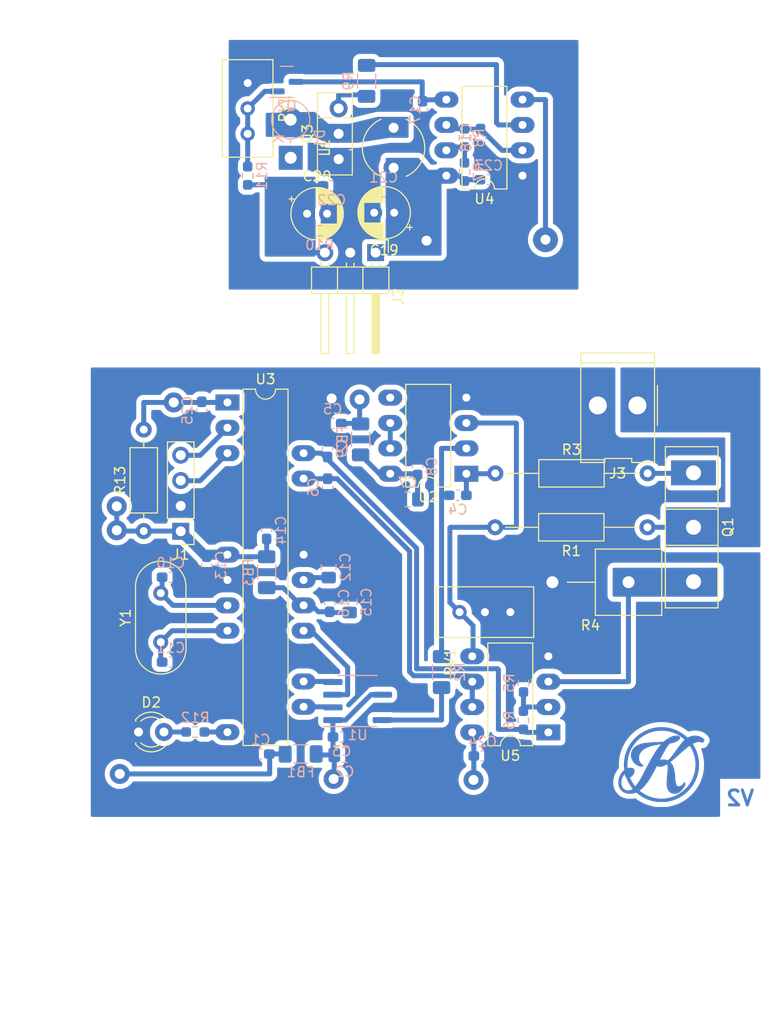
<source format=kicad_pcb>
(kicad_pcb (version 20211014) (generator pcbnew)
  (layers (0 "F.Cu" signal) (31 "B.Cu" signal) (34 "B.Paste" user) (35 "F.Paste" user) (36 "B.SilkS" user "B.Silkscreen") (37 "F.SilkS" user "F.Silkscreen") (38 "B.Mask" user) (39 "F.Mask" user) (44 "Edge.Cuts" user))
  (net 0 "")
  (net 1 "+5V")
  (net 2 "GND")
  (net 3 "Net-(C2-Pad1)")
  (net 4 "Net-(C4-Pad1)")
  (net 5 "Net-(C4-Pad2)")
  (net 6 "Net-(C5-Pad1)")
  (net 7 "+12V")
  (net 8 "Net-(C10-Pad2)")
  (net 9 "Net-(C11-Pad2)")
  (net 10 "Net-(C15-Pad1)")
  (net 11 "/RX")
  (net 12 "/TX")
  (net 13 "Net-(Q1-Pad1)")
  (net 14 "/PV-In")
  (net 15 "Net-(R2-Pad1)")
  (net 16 "Net-(R5-Pad2)")
  (net 17 "/Current_Measurement")
  (net 18 "Net-(D2-Pad2)")
  (net 19 "/CS")
  (net 20 "/MOSI")
  (net 21 "/SCLK")
  (net 22 "Net-(C12-Pad1)")
  (net 23 "/Voltage_Measurement")
  (net 24 "Net-(R1-Pad2)")
  (net 25 "Net-(C17-Pad1)")
  (net 26 "Net-(D1-Pad2)")
  (net 27 "Net-(R7-Pad2)")
  (net 28 "Net-(C18-Pad1)")
  (net 29 "Net-(R9-Pad1)")
  (net 30 "Net-(Q1-Pad3)")
  (net 31 "Net-(Q2-Pad1)")
  (net 32 "/Boost_Out")
  (net 34 "Net-(U2-Pad6)")
  (net 35 "Net-(C25-Pad1)")
  (net 36 "Net-(Q3-Pad3)")
  (net 37 "Net-(R12-Pad1)")
  (footprint "Package_DIP:DIP-8_W7.62mm_LongPads" (layer "F.Cu") (at 60.5825 95.64 180)
    (fp_text reference "U2")
    (fp_text value "Opamp_Dual")
  )
  (footprint "logo:logo" (layer "F.Cu") (at 80.392977 125.95219)
    (fp_text reference "G***" hide)
    (fp_text value "LOGO" hide)
  )
  (footprint "Package_TO_SOT_THT:TO-126-3_Vertical" (layer "F.Cu") (at 47.8 64.14 90)
    (fp_text reference "Q3")
    (fp_text value "BD139")
  )
  (footprint "LED_THT:LED_D3.0mm" (layer "F.Cu") (at 27.77875 121.5)
    (fp_text reference "D2")
    (fp_text value "LED")
  )
  (footprint "Package_DIP:DIP-28_W7.62mm_LongPads" (layer "F.Cu") (at 36.675 88.5)
    (fp_text reference "U3")
    (fp_text value "ATmega8L-8P")
  )
  (footprint "Potentiometer_THT:Potentiometer_Bourns_3296W_Vertical" (layer "F.Cu") (at 59.9 109.5 180)
    (fp_text reference "RV1")
    (fp_text value "R_Potentiometer")
  )
  (footprint "Resistor_THT:R_Axial_DIN0207_L6.3mm_D2.5mm_P15.24mm_Horizontal" (layer "F.Cu") (at 78.7 101 180)
    (fp_text reference "R1")
    (fp_text value "10k")
  )
  (footprint "Package_DIP:DIP-8_W7.62mm_LongPads" (layer "F.Cu") (at 68.79 121.54 180)
    (fp_text reference "U5")
    (fp_text value "Opamp_Dual")
  )
  (footprint "Resistor_THT:R_Axial_DIN0207_L6.3mm_D2.5mm_P10.16mm_Horizontal" (layer "F.Cu") (at 28.3 101.38 90)
    (fp_text reference "R13")
    (fp_text value "10k")
  )
  (footprint "Connector_Molex:Molex_KK-396_5273-02A_1x02_P3.96mm_Vertical" (layer "F.Cu") (at 77.7 88.8 180)
    (fp_text reference "J3")
    (fp_text value "Conn_01x02_Male")
  )
  (footprint "Inductor_THT:L_Radial_D6.0mm_P4.00mm" (layer "F.Cu") (at 53.3 65 90)
    (fp_text reference "L1")
    (fp_text value "L")
  )
  (footprint "Capacitor_THT:CP_Radial_D5.0mm_P2.00mm" (layer "F.Cu") (at 53.355112 69.5 180)
    (fp_text reference "C19")
    (fp_text value "10u")
  )
  (footprint "Connector_PinHeader_2.54mm:PinHeader_1x03_P2.54mm_Horizontal" (layer "F.Cu") (at 51.5 73.5 -90)
    (fp_text reference "J2")
    (fp_text value "Conn_01x03_Male")
  )
  (footprint "Connector_PinHeader_2.54mm:PinHeader_1x04_P2.54mm_Vertical" (layer "F.Cu") (at 32 101.4 180)
    (fp_text reference "J1")
    (fp_text value "Conn_01x04_Male")
  )
  (footprint "Package_DIP:DIP-8_W7.62mm_LongPads" (layer "F.Cu") (at 66.2 65.7925 180)
    (fp_text reference "U4")
    (fp_text value "LM555xN")
  )
  (footprint "Package_TO_SOT_THT:TO-247-3_Vertical" (layer "F.Cu") (at 83.3125 95.55 -90)
    (fp_text reference "Q1")
    (fp_text value "Q_NMOS_GDS")
  )
  (footprint "Potentiometer_THT:Potentiometer_Bourns_3296W_Vertical" (layer "F.Cu") (at 38.7 61.6 -90)
    (fp_text reference "RV2")
    (fp_text value "10k")
  )
  (footprint "Resistor_THT:R_Axial_Power_L20.0mm_W6.4mm_P7.62mm_Vertical" (layer "F.Cu") (at 76.81 106.5 180)
    (fp_text reference "R4")
    (fp_text value "100m")
  )
  (footprint "Crystal:Crystal_HC18-U_Vertical" (layer "F.Cu") (at 30 112.5 90)
    (fp_text reference "Y1")
    (fp_text value "Crystal")
  )
  (footprint "Capacitor_THT:CP_Radial_D5.0mm_P2.00mm" (layer "F.Cu") (at 44.644887 69.6)
    (fp_text reference "C20")
    (fp_text value "10u")
  )
  (footprint "Resistor_THT:R_Axial_DIN0207_L6.3mm_D2.5mm_P15.24mm_Horizontal" (layer "F.Cu") (at 63.48 95.6)
    (fp_text reference "R3")
    (fp_text value "100R")
  )
  (footprint "Capacitor_SMD:C_0805_2012Metric_Pad1.18x1.45mm_HandSolder" (layer "B.Cu") (at 46.8 105 90)
    (fp_text reference "C12")
    (fp_text value "1u")
  )
  (footprint "Capacitor_SMD:C_0603_1608Metric_Pad1.08x0.95mm_HandSolder" (layer "B.Cu") (at 46.7 97 -90)
    (fp_text reference "C6")
    (fp_text value "100p")
  )
  (footprint "Capacitor_SMD:C_0603_1608Metric_Pad1.08x0.95mm_HandSolder" (layer "B.Cu") (at 46.7 93.1 90)
    (fp_text reference "C9")
    (fp_text value "100p")
  )
  (footprint "Resistor_SMD:R_1206_3216Metric_Pad1.30x1.75mm_HandSolder" (layer "B.Cu") (at 58.1 115.5 90)
    (fp_text reference "R2")
    (fp_text value "1k")
  )
  (footprint "Capacitor_SMD:C_0603_1608Metric_Pad1.08x0.95mm_HandSolder" (layer "B.Cu") (at 34.6 104.8 90)
    (fp_text reference "C13")
    (fp_text value "100n")
  )
  (footprint "Capacitor_SMD:C_0603_1608Metric_Pad1.08x0.95mm_HandSolder" (layer "B.Cu") (at 62.8 66.2 180)
    (fp_text reference "C23")
    (fp_text value "100n")
  )
  (footprint "Capacitor_SMD:C_0603_1608Metric_Pad1.08x0.95mm_HandSolder" (layer "B.Cu") (at 59.72 97.8)
    (fp_text reference "C4")
    (fp_text value "1n")
  )
  (footprint "Resistor_SMD:R_0603_1608Metric_Pad0.98x0.95mm_HandSolder" (layer "B.Cu") (at 38.7 65.8 90)
    (fp_text reference "R11")
    (fp_text value "10k")
  )
  (footprint "Package_TO_SOT_SMD:SOT-23" (layer "B.Cu") (at 42.6 56.4)
    (fp_text reference "Q2")
    (fp_text value "BC817")
  )
  (footprint "Resistor_SMD:R_0603_1608Metric_Pad0.98x0.95mm_HandSolder" (layer "B.Cu") (at 45.9 71.3)
    (fp_text reference "R10")
    (fp_text value "10k")
  )
  (footprint "Capacitor_SMD:C_0603_1608Metric_Pad1.08x0.95mm_HandSolder" (layer "B.Cu") (at 47.1 66.8)
    (fp_text reference "C22")
    (fp_text value "100n")
  )
  (footprint "Capacitor_SMD:C_0603_1608Metric_Pad1.08x0.95mm_HandSolder" (layer "B.Cu") (at 62.19 123.9 180)
    (fp_text reference "C24")
    (fp_text value "100n")
  )
  (footprint "Capacitor_SMD:C_0603_1608Metric_Pad1.08x0.95mm_HandSolder" (layer "B.Cu") (at 40.6 101.3 90)
    (fp_text reference "C14")
    (fp_text value "100n")
  )
  (footprint "Capacitor_SMD:C_0603_1608Metric_Pad1.08x0.95mm_HandSolder" (layer "B.Cu") (at 47.2 90.6 180)
    (fp_text reference "C5")
    (fp_text value "100n")
  )
  (footprint "Capacitor_SMD:C_0603_1608Metric_Pad1.08x0.95mm_HandSolder" (layer "B.Cu") (at 48.1 122)
    (fp_text reference "C3")
    (fp_text value "100n")
  )
  (footprint "Resistor_SMD:R_1206_3216Metric_Pad1.30x1.75mm_HandSolder" (layer "B.Cu") (at 50.6 56.3 -90)
    (fp_text reference "R9")
    (fp_text value "100R")
  )
  (footprint "Resistor_SMD:R_1206_3216Metric_Pad1.30x1.75mm_HandSolder" (layer "B.Cu") (at 44 123.7)
    (fp_text reference "FB1")
    (fp_text value "FerriteBead")
  )
  (footprint "Capacitor_SMD:C_0603_1608Metric_Pad1.08x0.95mm_HandSolder" (layer "B.Cu") (at 55.7 94.9 90)
    (fp_text reference "C8")
    (fp_text value "100n")
  )
  (footprint "Resistor_SMD:R_1206_3216Metric_Pad1.30x1.75mm_HandSolder" (layer "B.Cu") (at 40.6 105.5 -90)
    (fp_text reference "FB3")
    (fp_text value "FerriteBead")
  )
  (footprint "Resistor_SMD:R_0603_1608Metric_Pad0.98x0.95mm_HandSolder" (layer "B.Cu") (at 66.3 116.5875 -90)
    (fp_text reference "R5")
    (fp_text value "R")
  )
  (footprint "Capacitor_SMD:C_0603_1608Metric_Pad1.08x0.95mm_HandSolder" (layer "B.Cu") (at 31 106 180)
    (fp_text reference "C10")
    (fp_text value "22p")
  )
  (footprint "Capacitor_SMD:C_0805_2012Metric_Pad1.18x1.45mm_HandSolder" (layer "B.Cu") (at 48.9 108.5 90)
    (fp_text reference "C15")
    (fp_text value "1u")
  )
  (footprint "Resistor_SMD:R_0603_1608Metric_Pad0.98x0.95mm_HandSolder" (layer "B.Cu") (at 66.29 120.325 -90)
    (fp_text reference "R6")
    (fp_text value "R")
  )
  (footprint "Resistor_SMD:R_0603_1608Metric_Pad0.98x0.95mm_HandSolder" (layer "B.Cu") (at 33.45375 121.5 180)
    (fp_text reference "R12")
    (fp_text value "R")
  )
  (footprint "Resistor_SMD:R_0603_1608Metric_Pad0.98x0.95mm_HandSolder" (layer "B.Cu") (at 60.4 65.4125 90)
    (fp_text reference "R7")
    (fp_text value "1k")
  )
  (footprint "Capacitor_SMD:C_0603_1608Metric_Pad1.08x0.95mm_HandSolder" (layer "B.Cu") (at 46.9 108.6 90)
    (fp_text reference "C16")
    (fp_text value "100n")
  )
  (footprint "Capacitor_SMD:C_0603_1608Metric_Pad1.08x0.95mm_HandSolder" (layer "B.Cu") (at 34.1 89.3 -90)
    (fp_text reference "C25")
    (fp_text value "100n")
  )
  (footprint "Package_SO:SOIC-8-1EP_3.9x4.9mm_P1.27mm_EP2.29x3mm" (layer "B.Cu") (at 49.7 118.4)
    (fp_text reference "U1")
    (fp_text value "MCP4821")
  )
  (footprint "Resistor_SMD:R_0603_1608Metric_Pad0.98x0.95mm_HandSolder" (layer "B.Cu") (at 60.4 62.0125 90)
    (fp_text reference "R8")
    (fp_text value "1k")
  )
  (footprint "Capacitor_SMD:C_0805_2012Metric_Pad1.18x1.45mm_HandSolder" (layer "B.Cu") (at 48.4 123.8)
    (fp_text reference "C2")
    (fp_text value "1u")
  )
  (footprint "Resistor_SMD:R_1206_3216Metric_Pad1.30x1.75mm_HandSolder" (layer "B.Cu") (at 50 92.2 -90)
    (fp_text reference "FB2")
    (fp_text value "FerriteBead")
  )
  (footprint "Capacitor_SMD:C_0603_1608Metric_Pad1.08x0.95mm_HandSolder" (layer "B.Cu") (at 40 123.7 180)
    (fp_text reference "C1")
    (fp_text value "100n")
  )
  (footprint "Capacitor_SMD:C_0603_1608Metric_Pad1.08x0.95mm_HandSolder" (layer "B.Cu") (at 52.3 67.4 180)
    (fp_text reference "C21")
    (fp_text value "100n")
  )
  (footprint "Capacitor_SMD:C_0603_1608Metric_Pad1.08x0.95mm_HandSolder" (layer "B.Cu") (at 56.2 59.2 -90)
    (fp_text reference "C17")
    (fp_text value "1n")
  )
  (footprint "Capacitor_SMD:C_0603_1608Metric_Pad1.08x0.95mm_HandSolder" (layer "B.Cu") (at 31 114.5 180)
    (fp_text reference "C11")
    (fp_text value "22p")
  )
  (footprint "Capacitor_SMD:C_0805_2012Metric_Pad1.18x1.45mm_HandSolder" (layer "B.Cu") (at 54.7 98.2 180)
    (fp_text reference "C7")
    (fp_text value "10u")
  )
  (footprint "Diode_THT:D_DO-15_P3.81mm_Vertical_KathodeUp" (layer "B.Cu") (at 43 64 90)
    (fp_text reference "D1")
    (fp_text value "1N5712UR")
  )
  (footprint "Capacitor_SMD:C_0603_1608Metric_Pad1.08x0.95mm_HandSolder" (layer "B.Cu") (at 62 61.9925 -90)
    (fp_text reference "C18")
    (fp_text value "680p")
  )
  (gr_text "V2" (at 87.98 128.12) (layer "B.Cu") (effects (font (size 1.5 1.5) (thickness 0.3)) (justify mirror)))
  (via (at 56.6 72.3) (size 2.5) (drill 1) (layers "F.Cu" "B.Cu") (net 1))
  (via (at 68.5 72.2) (size 2.5) (drill 1) (layers "F.Cu" "B.Cu") (net 1))
  (via (at 25.6 101.3) (size 2) (drill 1) (layers "F.Cu" "B.Cu") (net 1))
  (via (at 25.9 125.7) (size 2) (drill 1) (layers "F.Cu" "B.Cu") (net 1))
  (via (at 25.6 98.9) (size 2) (drill 1) (layers "F.Cu" "B.Cu") (net 1))
  (segment (start 28.3 101.38) (end 25.68 101.38) (width 0.5) (layer "B.Cu") (net 1))
  (segment (start 36.675 103.74) (end 34.34 103.74) (width 1) (layer "B.Cu") (net 1))
  (segment (start 25.9 125.7) (end 40.88125 125.7) (width 0.5) (layer "B.Cu") (net 1))
  (segment (start 25.6 98.9) (end 25.6 101.3) (width 0.5) (layer "B.Cu") (net 1))
  (segment (start 40.8625 123.7) (end 42.45 123.7) (width 0.5) (layer "B.Cu") (net 1))
  (segment (start 36.7 103.715) (end 36.675 103.74) (width 0.5) (layer "B.Cu") (net 1))
  (segment (start 66.2275 58.2) (end 66.2 58.1725) (width 0.5) (layer "B.Cu") (net 1))
  (segment (start 59.8675 65.7925) (end 60.4 66.325) (width 0.5) (layer "B.Cu") (net 1))
  (segment (start 68.5 72.2) (end 68.5 58.2) (width 0.5) (layer "B.Cu") (net 1))
  (segment (start 68.4725 58.1725) (end 66.2 58.1725) (width 0.5) (layer "B.Cu") (net 1))
  (segment (start 40.9 123.7375) (end 40.8625 123.7) (width 0.5) (layer "B.Cu") (net 1))
  (segment (start 53.1 73.5) (end 53.355112 73.244888) (width 0.5) (layer "B.Cu") (net 1))
  (segment (start 40.6 103.95) (end 36.91 103.95) (width 0.5) (layer "B.Cu") (net 1))
  (segment (start 36.91 103.95) (end 36.7 103.74) (width 0.5) (layer "B.Cu") (net 1))
  (segment (start 40.6 102.1625) (end 40.6 103.95) (width 0.5) (layer "B.Cu") (net 1))
  (segment (start 40.9 125.68125) (end 40.9 123.7375) (width 0.5) (layer "B.Cu") (net 1))
  (segment (start 36.7 103.74) (end 36.5025 103.9375) (width 0.5) (layer "B.Cu") (net 1))
  (segment (start 58.58 65.7925) (end 59.8675 65.7925) (width 0.5) (layer "B.Cu") (net 1))
  (segment (start 68.5 58.2) (end 68.4725 58.1725) (width 0.5) (layer "B.Cu") (net 1))
  (segment (start 28.3 101.38) (end 31.98 101.38) (width 0.5) (layer "B.Cu") (net 1))
  (segment (start 61.9375 66.2) (end 60.525 66.2) (width 0.5) (layer "B.Cu") (net 1))
  (segment (start 25.68 101.38) (end 25.6 101.3) (width 0.5) (layer "B.Cu") (net 1))
  (segment (start 58.46 65.9125) (end 58.58 65.7925) (width 1) (layer "B.Cu") (net 1))
  (segment (start 31.98 101.38) (end 32 101.4) (width 0.5) (layer "B.Cu") (net 1))
  (segment (start 34.34 103.74) (end 32 101.4) (width 1) (layer "B.Cu") (net 1))
  (segment (start 60.525 66.2) (end 60.4 66.325) (width 0.5) (layer "B.Cu") (net 1))
  (segment (start 40.88125 125.7) (end 40.9 125.68125) (width 0.5) (layer "B.Cu") (net 1))
  (segment (start 36.5025 103.9375) (end 34.6 103.9375) (width 0.5) (layer "B.Cu") (net 1))
  (segment (start 53.355112 73.244888) (end 53.355112 69.5) (width 0.5) (layer "B.Cu") (net 1))
  (segment (start 51.5 73.5) (end 53.1 73.5) (width 0.5) (layer "B.Cu") (net 1))
  (via (at 47.1 88.1) (size 2) (drill 1) (layers "F.Cu" "B.Cu") (net 2))
  (segment (start 44.5425 103.9625) (end 44.32 103.74) (width 0.5) (layer "B.Cu") (net 2))
  (segment (start 52.175 116.495) (end 51.105 116.495) (width 0.5) (layer "B.Cu") (net 2))
  (segment (start 51.105 116.495) (end 48.8 118.8) (width 0.5) (layer "B.Cu") (net 2))
  (via (at 61.3 126.3) (size 2) (drill 1) (layers "F.Cu" "B.Cu") (net 3))
  (via (at 47.3 126.2) (size 2) (drill 1) (layers "F.Cu" "B.Cu") (net 3))
  (segment (start 45.65 123.8) (end 45.55 123.7) (width 0.5) (layer "B.Cu") (net 3))
  (segment (start 47.2375 122) (end 47.2375 123.675) (width 0.5) (layer "B.Cu") (net 3))
  (segment (start 61.3275 121.6975) (end 61.17 121.54) (width 0.5) (layer "B.Cu") (net 3))
  (segment (start 47.2625 120.3425) (end 47.225 120.305) (width 0.5) (layer "B.Cu") (net 3))
  (segment (start 47.3625 123.8) (end 47.3625 126.1375) (width 0.5) (layer "B.Cu") (net 3))
  (segment (start 61.3275 126.2725) (end 61.3 126.3) (width 0.5) (layer "B.Cu") (net 3))
  (segment (start 61.3275 123.9) (end 61.3275 126.2725) (width 0.5) (layer "B.Cu") (net 3))
  (segment (start 61.17 121.54) (end 61.33 121.54) (width 0.5) (layer "B.Cu") (net 3))
  (segment (start 47.225 121.9875) (end 47.2375 122) (width 0.5) (layer "B.Cu") (net 3))
  (segment (start 47.3625 123.8) (end 45.65 123.8) (width 0.5) (layer "B.Cu") (net 3))
  (segment (start 47.225 120.305) (end 47.225 121.9875) (width 0.5) (layer "B.Cu") (net 3))
  (segment (start 61.3275 123.9) (end 61.3275 121.6975) (width 0.5) (layer "B.Cu") (net 3))
  (segment (start 52.21 117.8) (end 52.175 117.765) (width 0.5) (layer "B.Cu") (net 3))
  (segment (start 48.495 120.305) (end 51.035 117.765) (width 0.5) (layer "B.Cu") (net 3))
  (segment (start 47.3625 126.1375) (end 47.3 126.2) (width 0.5) (layer "B.Cu") (net 3))
  (segment (start 47.225 120.305) (end 48.495 120.305) (width 0.5) (layer "B.Cu") (net 3))
  (segment (start 47.2375 123.675) (end 47.3625 123.8) (width 0.5) (layer "B.Cu") (net 3))
  (segment (start 51.035 117.765) (end 52.175 117.765) (width 0.5) (layer "B.Cu") (net 3))
  (segment (start 58.24 97.8) (end 58.1 97.66) (width 0.5) (layer "B.Cu") (net 4))
  (segment (start 58.1 97.66) (end 58.1 113.95) (width 0.5) (layer "B.Cu") (net 4))
  (segment (start 58.1 93.1) (end 58.1 97.66) (width 0.5) (layer "B.Cu") (net 4))
  (segment (start 58.8575 97.8) (end 58.24 97.8) (width 0.5) (layer "B.Cu") (net 4))
  (segment (start 58.1 93.1) (end 60.5825 93.1) (width 0.5) (layer "B.Cu") (net 4))
  (segment (start 60.6825 93.1) (end 60.5825 93) (width 0.5) (layer "B.Cu") (net 4))
  (segment (start 60.5825 95.64) (end 60.5825 97.8) (width 0.5) (layer "B.Cu") (net 5))
  (segment (start 60.5825 95.64) (end 59.795 95.64) (width 0.5) (layer "B.Cu") (net 5))
  (segment (start 63.44 95.64) (end 63.48 95.6) (width 0.5) (layer "B.Cu") (net 5))
  (segment (start 60.5825 95.64) (end 63.44 95.64) (width 0.5) (layer "B.Cu") (net 5))
  (via (at 49.9 88.2) (size 2) (drill 1) (layers "F.Cu" "B.Cu") (net 6))
  (segment (start 49.95 90.6) (end 50 90.65) (width 0.5) (layer "B.Cu") (net 6))
  (segment (start 48.0625 90.6) (end 49.95 90.6) (width 0.5) (layer "B.Cu") (net 6))
  (segment (start 49.9 88.2) (end 49.9 90.55) (width 0.5) (layer "B.Cu") (net 6))
  (segment (start 49.9 90.55) (end 50 90.65) (width 0.5) (layer "B.Cu") (net 6))
  (segment (start 52.9625 95.64) (end 55.8775 95.64) (width 0.5) (layer "B.Cu") (net 7))
  (segment (start 51.89 95.64) (end 50 93.75) (width 0.5) (layer "B.Cu") (net 7))
  (segment (start 55.7 98.1625) (end 55.7375 98.2) (width 0.5) (layer "B.Cu") (net 7))
  (segment (start 52.9625 95.64) (end 51.89 95.64) (width 0.5) (layer "B.Cu") (net 7))
  (segment (start 56 98.1625) (end 56.0375 98.2) (width 0.5) (layer "B.Cu") (net 7))
  (segment (start 55.7 95.7625) (end 55.7 98.1625) (width 0.5) (layer "B.Cu") (net 7))
  (segment (start 30.1375 106) (end 30.1375 107.4625) (width 0.5) (layer "B.Cu") (net 8))
  (segment (start 36.7 108.82) (end 31.22 108.82) (width 0.5) (layer "B.Cu") (net 8))
  (segment (start 31.22 108.82) (end 30 107.6) (width 0.5) (layer "B.Cu") (net 8))
  (segment (start 30.1375 107.4625) (end 30 107.6) (width 0.5) (layer "B.Cu") (net 8))
  (segment (start 30 112.5) (end 30 114.3625) (width 0.5) (layer "B.Cu") (net 9))
  (segment (start 36.7 111.36) (end 31.14 111.36) (width 0.5) (layer "B.Cu") (net 9))
  (segment (start 30 114.3625) (end 30.1375 114.5) (width 0.5) (layer "B.Cu") (net 9))
  (segment (start 31.14 111.36) (end 30 112.5) (width 0.5) (layer "B.Cu") (net 9))
  (segment (start 46.975 109.5375) (end 46.9 109.4625) (width 0.5) (layer "B.Cu") (net 10))
  (segment (start 45.7625 109.4625) (end 46.9 109.4625) (width 0.5) (layer "B.Cu") (net 10))
  (segment (start 42.25 107.05) (end 40.6 107.05) (width 0.5) (layer "B.Cu") (net 10))
  (segment (start 44.32 108.82) (end 45.12 108.82) (width 0.5) (layer "B.Cu") (net 10))
  (segment (start 45.12 108.82) (end 45.7625 109.4625) (width 0.5) (layer "B.Cu") (net 10))
  (segment (start 44.4775 108.6625) (end 44.32 108.82) (width 0.5) (layer "B.Cu") (net 10))
  (segment (start 48.9 109.5375) (end 46.975 109.5375) (width 0.5) (layer "B.Cu") (net 10))
  (segment (start 44.02 108.82) (end 42.25 107.05) (width 0.5) (layer "B.Cu") (net 10))
  (segment (start 44.32 108.82) (end 44.02 108.82) (width 0.5) (layer "B.Cu") (net 10))
  (segment (start 33.94 96.34) (end 36.7 93.58) (width 0.5) (layer "B.Cu") (net 11))
  (segment (start 31.4 96.34) (end 33.94 96.34) (width 0.5) (layer "B.Cu") (net 11))
  (segment (start 33.94 93.8) (end 36.7 91.04) (width 0.5) (layer "B.Cu") (net 12))
  (segment (start 31.4 93.8) (end 33.94 93.8) (width 0.5) (layer "B.Cu") (net 12))
  (segment (start 83.2625 95.6) (end 83.3125 95.55) (width 0.5) (layer "B.Cu") (net 13))
  (segment (start 78.72 95.6) (end 83.2625 95.6) (width 0.5) (layer "B.Cu") (net 13))
  (segment (start 78.8875 101) (end 83.3125 101) (width 0.5) (layer "B.Cu") (net 14))
  (segment (start 52.18 120.3) (end 58.1 120.3) (width 0.5) (layer "B.Cu") (net 15))
  (segment (start 52.175 120.305) (end 52.18 120.3) (width 0.5) (layer "B.Cu") (net 15))
  (segment (start 58.1 120.3) (end 58.1 117.05) (width 0.5) (layer "B.Cu") (net 15))
  (segment (start 66.29 119.01) (end 66.29 119.4125) (width 0.5) (layer "B.Cu") (net 16))
  (segment (start 66.3 119) (end 66.29 119.01) (width 0.5) (layer "B.Cu") (net 16))
  (segment (start 68.79 119) (end 66.3 119) (width 0.5) (layer "B.Cu") (net 16))
  (segment (start 66.3 119.4025) (end 66.29 119.4125) (width 0.5) (layer "B.Cu") (net 16))
  (segment (start 66.3 117.5) (end 66.3 119.4025) (width 0.5) (layer "B.Cu") (net 16))
  (segment (start 63.71 115.17) (end 55.6 115.17) (width 0.5) (layer "B.Cu") (net 17))
  (segment (start 66.29 121.2375) (end 63.79 121.2375) (width 0.5) (layer "B.Cu") (net 17))
  (segment (start 55.6 103.1) (end 46.08 93.58) (width 0.5) (layer "B.Cu") (net 17))
  (segment (start 63.79 121.2375) (end 63.79 115.25) (width 0.5) (layer "B.Cu") (net 17))
  (segment (start 68.79 121.54) (end 66.5925 121.54) (width 0.5) (layer "B.Cu") (net 17))
  (segment (start 63.79 115.25) (end 63.71 115.17) (width 0.5) (layer "B.Cu") (net 17))
  (segment (start 55.6 115.17) (end 55.6 103.1) (width 0.5) (layer "B.Cu") (net 17))
  (segment (start 46.08 93.58) (end 44.32 93.58) (width 0.5) (layer "B.Cu") (net 17))
  (segment (start 66.5925 121.54) (end 66.29 121.2375) (width 0.5) (layer "B.Cu") (net 17))
  (segment (start 32.54125 121.5) (end 30.62875 121.5) (width 0.5) (layer "B.Cu") (net 18))
  (segment (start 47.17 118.98) (end 47.225 119.035) (width 0.5) (layer "B.Cu") (net 19))
  (segment (start 44.32 118.98) (end 47.17 118.98) (width 0.5) (layer "B.Cu") (net 19))
  (segment (start 47.17 116.44) (end 47.225 116.495) (width 0.5) (layer "B.Cu") (net 20))
  (segment (start 44.32 116.44) (end 47.17 116.44) (width 0.5) (layer "B.Cu") (net 20))
  (segment (start 48.7 115) (end 48.7 117.765) (width 0.5) (layer "B.Cu") (net 21))
  (segment (start 48.7 117.765) (end 47.225 117.765) (width 0.5) (layer "B.Cu") (net 21))
  (segment (start 45.06 111.36) (end 48.7 115) (width 0.5) (layer "B.Cu") (net 21))
  (segment (start 44.32 111.36) (end 45.06 111.36) (width 0.5) (layer "B.Cu") (net 21))
  (segment (start 46.5 106.0375) (end 44.5625 106.0375) (width 0.5) (layer "B.Cu") (net 22))
  (segment (start 44.5625 106.0375) (end 44.32 106.28) (width 0.5) (layer "B.Cu") (net 22))
  (segment (start 47.64755 96.1375) (end 54.9 103.38995) (width 0.5) (layer "B.Cu") (net 23))
  (segment (start 55.310051 115.87) (end 60.58 115.87) (width 0.5) (layer "B.Cu") (net 23))
  (segment (start 44.32 96.12) (end 44.3375 96.1375) (width 0.5) (layer "B.Cu") (net 23))
  (segment (start 54.9 115.459949) (end 55.310051 115.87) (width 0.5) (layer "B.Cu") (net 23))
  (segment (start 61.17 116.5) (end 61.17 119) (width 0.5) (layer "B.Cu") (net 23))
  (segment (start 44.2775 96.1375) (end 44.295 96.12) (width 0.5) (layer "B.Cu") (net 23))
  (segment (start 61.17 116.46) (end 61.17 119) (width 0.5) (layer "B.Cu") (net 23))
  (segment (start 60.58 115.87) (end 61.17 116.46) (width 0.5) (layer "B.Cu") (net 23))
  (segment (start 44.3375 96.1375) (end 47.64755 96.1375) (width 0.5) (layer "B.Cu") (net 23))
  (segment (start 54.9 103.38995) (end 54.9 115.459949) (width 0.5) (layer "B.Cu") (net 23))
  (segment (start 61.25 113.84) (end 61.17 113.92) (width 0.5) (layer "B.Cu") (net 24))
  (segment (start 58.9325 101.0675) (end 58.9325 108.5325) (width 0.5) (layer "B.Cu") (net 24))
  (segment (start 63.46 101) (end 59 101) (width 0.5) (layer "B.Cu") (net 24))
  (segment (start 65.55 90.56) (end 65.59 90.6) (width 0.5) (layer "B.Cu") (net 24))
  (segment (start 60.615 90.5275) (end 60.5825 90.56) (width 0.5) (layer "B.Cu") (net 24))
  (segment (start 65.58 101) (end 63.46 101) (width 0.5) (layer "B.Cu") (net 24))
  (segment (start 61.25 110.85) (end 61.25 113.84) (width 0.5) (layer "B.Cu") (net 24))
  (segment (start 59 101) (end 58.9325 101.0675) (width 0.5) (layer "B.Cu") (net 24))
  (segment (start 65.59 90.6) (end 65.59 100.92) (width 0.5) (layer "B.Cu") (net 24))
  (segment (start 65.59 100.92) (end 65.53 100.98) (width 0.5) (layer "B.Cu") (net 24))
  (segment (start 60.5825 90.56) (end 65.55 90.56) (width 0.5) (layer "B.Cu") (net 24))
  (segment (start 58.9325 108.5325) (end 61.25 110.85) (width 0.5) (layer "B.Cu") (net 24))
  (segment (start 58.57 58.1625) (end 58.58 58.1725) (width 0.5) (layer "B.Cu") (net 25))
  (segment (start 56.1625 58.2) (end 58.5525 58.2) (width 0.5) (layer "B.Cu") (net 25))
  (segment (start 58.58 58.1725) (end 58.41 58.1725) (width 0.5) (layer "B.Cu") (net 25))
  (segment (start 58.5525 58.2) (end 58.58 58.1725) (width 0.5) (layer "B.Cu") (net 25))
  (segment (start 56.1625 58.2) (end 56.1625 56.4) (width 0.5) (layer "B.Cu") (net 25))
  (segment (start 58.69 58.0625) (end 58.58 58.1725) (width 0.5) (layer "B.Cu") (net 25))
  (segment (start 56.1625 56.4) (end 43.6375 56.4) (width 0.5) (layer "B.Cu") (net 25))
  (segment (start 60.4 64.5) (end 60.4 62.925) (width 0.5) (layer "B.Cu") (net 27))
  (segment (start 58.9075 62.925) (end 58.58 63.2525) (width 0.5) (layer "B.Cu") (net 27))
  (segment (start 60.4 62.925) (end 58.9075 62.925) (width 0.5) (layer "B.Cu") (net 27))
  (segment (start 62.03 61.13) (end 64.1525 63.2525) (width 0.5) (layer "B.Cu") (net 28))
  (segment (start 62 61.13) (end 62.03 61.13) (width 0.5) (layer "B.Cu") (net 28))
  (segment (start 58.9675 61.1) (end 58.58 60.7125) (width 0.5) (layer "B.Cu") (net 28))
  (segment (start 64.1525 63.2525) (end 66.2 63.2525) (width 0.5) (layer "B.Cu") (net 28))
  (segment (start 60.4 61.1) (end 58.9675 61.1) (width 0.5) (layer "B.Cu") (net 28))
  (segment (start 60.43 61.13) (end 60.4 61.1) (width 0.5) (layer "B.Cu") (net 28))
  (segment (start 62 61.13) (end 60.43 61.13) (width 0.5) (layer "B.Cu") (net 28))
  (segment (start 63.6 54.675) (end 63.6 60.52255) (width 0.5) (layer "B.Cu") (net 29))
  (segment (start 50.675 54.675) (end 63.6 54.675) (width 0.5) (layer "B.Cu") (net 29))
  (segment (start 63.78995 60.7125) (end 66.2 60.7125) (width 0.5) (layer "B.Cu") (net 29))
  (segment (start 63.6 60.52255) (end 63.78995 60.7125) (width 0.5) (layer "B.Cu") (net 29))
  (segment (start 50.6 54.75) (end 50.675 54.675) (width 0.5) (layer "B.Cu") (net 29))
  (segment (start 76.8 116.46) (end 76.8 106.51) (width 0.5) (layer "B.Cu") (net 30))
  (segment (start 68.8 116.45) (end 68.79 116.46) (width 0.5) (layer "B.Cu") (net 30))
  (segment (start 76.8 106.51) (end 76.81 106.5) (width 0.5) (layer "B.Cu") (net 30))
  (segment (start 68.79 116.46) (end 76.8 116.46) (width 0.5) (layer "B.Cu") (net 30))
  (segment (start 40.41 57.35) (end 38.7 59.06) (width 0.5) (layer "B.Cu") (net 31))
  (segment (start 38.7 59.06) (end 38.7 61.6) (width 0.5) (layer "B.Cu") (net 31))
  (segment (start 38.7 64.8875) (end 38.7 61.6) (width 0.5) (layer "B.Cu") (net 31))
  (segment (start 41.6625 57.35) (end 40.41 57.35) (width 0.5) (layer "B.Cu") (net 31))
  (segment (start 44.9 71.3875) (end 44.9875 71.3) (width 0.5) (layer "B.Cu") (net 32))
  (segment (start 39.6 66.7125) (end 39.6125 66.7) (width 0.5) (layer "B.Cu") (net 32))
  (segment (start 43.055113 66.7) (end 39.6125 66.7) (width 0.5) (layer "B.Cu") (net 32))
  (segment (start 45 73.5) (end 44.9 73.4) (width 0.5) (layer "B.Cu") (net 32))
  (segment (start 43.475 66.8) (end 43 67.275) (width 0.5) (layer "B.Cu") (net 32))
  (segment (start 38.7 66.7125) (end 39.6 66.7125) (width 0.5) (layer "B.Cu") (net 32))
  (segment (start 46.2375 66.8) (end 43.475 66.8) (width 0.5) (layer "B.Cu") (net 32))
  (segment (start 46.42 73.5) (end 45 73.5) (width 0.5) (layer "B.Cu") (net 32))
  (segment (start 44.9 73.4) (end 44.9 71.3875) (width 0.5) (layer "B.Cu") (net 32))
  (segment (start 52.9625 93.1) (end 52.9625 90.56) (width 0.5) (layer "B.Cu") (net 34))
  (via (at 31.3 88.5) (size 2) (drill 1) (layers "F.Cu" "B.Cu") (net 35))
  (segment (start 28.3 88.5) (end 28.3 91.22) (width 0.5) (layer "B.Cu") (net 35))
  (segment (start 36.675 88.5) (end 28.3 88.5) (width 0.5) (layer "B.Cu") (net 35))
  (segment (start 47.8 59.06) (end 47.8 57.7) (width 0.5) (layer "B.Cu") (net 36))
  (segment (start 47.8 57.7) (end 50.45 57.7) (width 0.5) (layer "B.Cu") (net 36))
  (segment (start 50.45 57.7) (end 50.6 57.85) (width 0.5) (layer "B.Cu") (net 36))
  (segment (start 37.03375 121.5) (end 34.36625 121.5) (width 0.5) (layer "B.Cu") (net 37))
  (zone (net 2) (net_name "GND") (layer "B.Cu") (connect_pads yes (clearance 0.5)) (min_thickness 0.25) (fill yes (thermal_gap 0.508) (thermal_bridge_width 0.508))
    (polygon (pts (xy 36.8 52.2) (xy 71.8 52.2) (xy 71.8 77.2) (xy 36.8 77.2)))
  )
  (zone (net 30) (net_name "Net-(Q1-Pad3)") (layer "B.Cu") (priority 1) (connect_pads yes (clearance 0.5)) (min_thickness 0.25) (fill yes (thermal_gap 0.508) (thermal_bridge_width 0.508))
    (polygon (pts (xy 85.8125 107.95) (xy 75.2125 107.95) (xy 75.2125 105.05) (xy 85.8125 105.05)))
  )
  (zone (net 2) (net_name "GND") (layer "B.Cu") (connect_pads yes (clearance 0.5)) (min_thickness 0.25) (fill yes (thermal_gap 0.508) (thermal_bridge_width 0.508))
    (polygon (pts (xy 90 130) (xy 23 130) (xy 23 85) (xy 90 85)))
  )
  (zone (net 14) (net_name "/PV-In") (layer "B.Cu") (priority 1) (connect_pads yes (clearance 0.5)) (min_thickness 0.25) (fill yes (thermal_gap 0.508) (thermal_bridge_width 0.508))
    (polygon (pts (xy 90 103) (xy 80.5 103) (xy 80.5 99) (xy 87 99) (xy 87 91.5) (xy 76 91.5) (xy 76 85) (xy 90 85)))
  )
  (zone (net 26) (net_name "Net-(D1-Pad2)") (layer "B.Cu") (priority 1) (connect_pads yes (clearance 0.5)) (min_thickness 0.25) (fill yes (thermal_gap 0.508) (thermal_bridge_width 0.508))
    (polygon (pts (xy 40.5 59.5) (xy 45.4 59.4) (xy 46.8 60.6) (xy 48.8 60.6) (xy 51.7 59.9) (xy 54.8 59.9) (xy 54.8 62) (xy 54.6 62) (xy 52.9 62) (xy 49.7 62.5) (xy 46.7 62.5) (xy 45.4 62) (xy 40.5 61.9)))
  )
  (zone (net 1) (net_name "+5V") (layer "B.Cu") (priority 1) (connect_pads yes (clearance 0.5)) (min_thickness 0.25) (fill yes (thermal_gap 0.508) (thermal_bridge_width 0.508))
    (polygon (pts (xy 52.5 64) (xy 55.8 64) (xy 56.8 65.2) (xy 59.3 65.2) (xy 59.3 66.3) (xy 58.1 66.3) (xy 58.1 73.8) (xy 52.5 73.8)))
  )
  (zone (net 32) (net_name "/Boost_Out") (layer "B.Cu") (priority 1) (connect_pads yes (clearance 0.5)) (min_thickness 0.25) (fill yes (thermal_gap 0.508) (thermal_bridge_width 0.508))
    (polygon (pts (xy 40.4 65.9) (xy 45.5 65.9) (xy 45.5 73.9) (xy 40.4 73.9)))
  )
)
</source>
